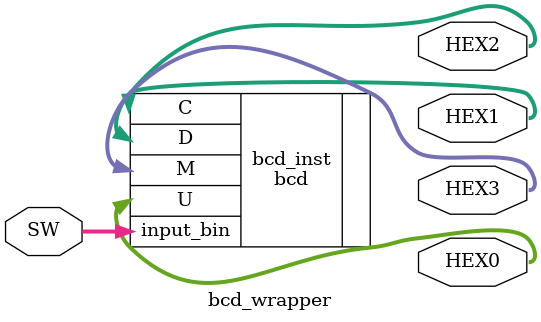
<source format=v>
module bcd_wrapper(
   input [9:0] SW,
   output [6:0] HEX0,
   output [6:0] HEX1,
   output [6:0] HEX2,
   output [6:0] HEX3
);
   // BCD converter instance
   bcd bcd_inst(
       .input_bin(SW),
       .U(HEX0),
       .D(HEX1),
       .C(HEX2),
       .M(HEX3)
   );
endmodule
</source>
